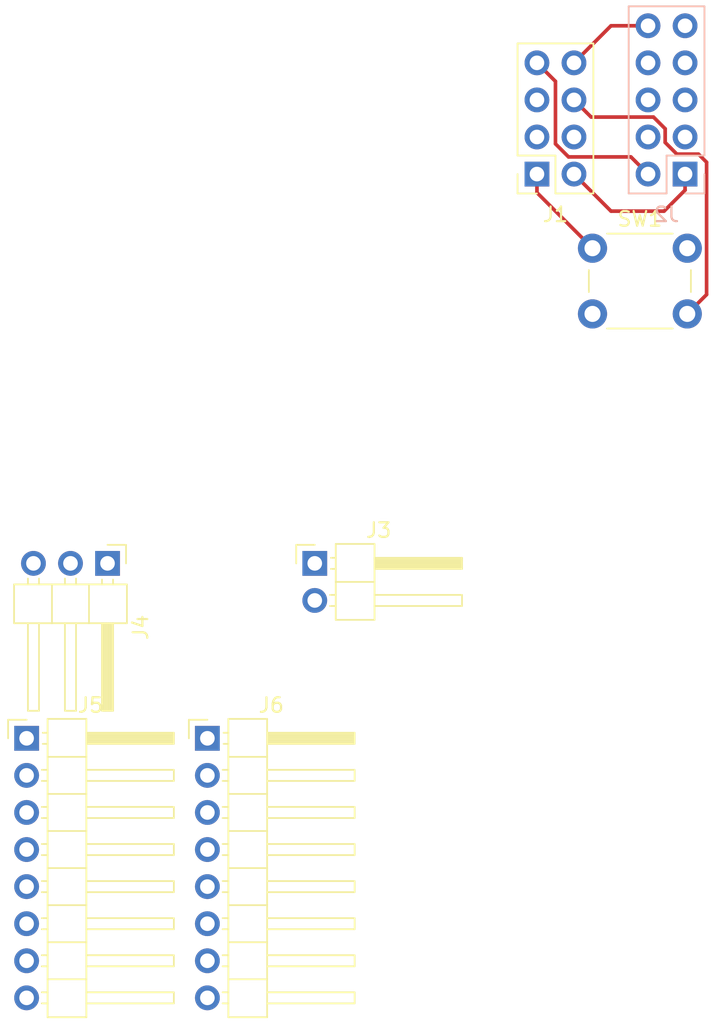
<source format=kicad_pcb>
(kicad_pcb (version 20171130) (host pcbnew 5.0.2+dfsg1-1)

  (general
    (thickness 1.6)
    (drawings 0)
    (tracks 24)
    (zones 0)
    (modules 7)
    (nets 14)
  )

  (page A4)
  (layers
    (0 F.Cu signal)
    (31 B.Cu signal)
    (32 B.Adhes user)
    (33 F.Adhes user)
    (34 B.Paste user)
    (35 F.Paste user)
    (36 B.SilkS user hide)
    (37 F.SilkS user hide)
    (38 B.Mask user)
    (39 F.Mask user)
    (40 Dwgs.User user)
    (41 Cmts.User user)
    (42 Eco1.User user)
    (43 Eco2.User user)
    (44 Edge.Cuts user)
    (45 Margin user)
    (46 B.CrtYd user)
    (47 F.CrtYd user)
    (48 B.Fab user hide)
    (49 F.Fab user hide)
  )

  (setup
    (last_trace_width 0.25)
    (trace_clearance 0.2)
    (zone_clearance 0.508)
    (zone_45_only no)
    (trace_min 0.2)
    (segment_width 0.2)
    (edge_width 0.1)
    (via_size 0.8)
    (via_drill 0.4)
    (via_min_size 0.4)
    (via_min_drill 0.3)
    (uvia_size 0.3)
    (uvia_drill 0.1)
    (uvias_allowed no)
    (uvia_min_size 0.2)
    (uvia_min_drill 0.1)
    (pcb_text_width 0.3)
    (pcb_text_size 1.5 1.5)
    (mod_edge_width 0.15)
    (mod_text_size 1 1)
    (mod_text_width 0.15)
    (pad_size 1.5 1.5)
    (pad_drill 0.6)
    (pad_to_mask_clearance 0)
    (solder_mask_min_width 0.25)
    (aux_axis_origin 0 0)
    (visible_elements FFFFFF7F)
    (pcbplotparams
      (layerselection 0x010fc_ffffffff)
      (usegerberextensions false)
      (usegerberattributes false)
      (usegerberadvancedattributes false)
      (creategerberjobfile false)
      (excludeedgelayer true)
      (linewidth 0.100000)
      (plotframeref false)
      (viasonmask false)
      (mode 1)
      (useauxorigin false)
      (hpglpennumber 1)
      (hpglpenspeed 20)
      (hpglpendiameter 15.000000)
      (psnegative false)
      (psa4output false)
      (plotreference true)
      (plotvalue true)
      (plotinvisibletext false)
      (padsonsilk false)
      (subtractmaskfromsilk false)
      (outputformat 1)
      (mirror false)
      (drillshape 1)
      (scaleselection 1)
      (outputdirectory ""))
  )

  (net 0 "")
  (net 1 GND)
  (net 2 ESP_TX)
  (net 3 LED_OUT)
  (net 4 3V3)
  (net 5 BOOT_MODE)
  (net 6 RESET)
  (net 7 ESP_RX)
  (net 8 3D_MISO)
  (net 9 5V)
  (net 10 3D_SCK)
  (net 11 3D_MOSI)
  (net 12 3D_RESET)
  (net 13 3D_FAN)

  (net_class Default "Esta es la clase de red por defecto."
    (clearance 0.2)
    (trace_width 0.25)
    (via_dia 0.8)
    (via_drill 0.4)
    (uvia_dia 0.3)
    (uvia_drill 0.1)
    (add_net 3D_FAN)
    (add_net 3D_MISO)
    (add_net 3D_MOSI)
    (add_net 3D_RESET)
    (add_net 3D_SCK)
    (add_net 3V3)
    (add_net 5V)
    (add_net BOOT_MODE)
    (add_net ESP_RX)
    (add_net ESP_TX)
    (add_net GND)
    (add_net LED_OUT)
    (add_net RESET)
  )

  (module Connector_PinSocket_2.54mm:PinSocket_2x04_P2.54mm_Vertical (layer F.Cu) (tedit 5A19A422) (tstamp 5F98ED0A)
    (at 63.5 64.77 180)
    (descr "Through hole straight socket strip, 2x04, 2.54mm pitch, double cols (from Kicad 4.0.7), script generated")
    (tags "Through hole socket strip THT 2x04 2.54mm double row")
    (path /5F80773E)
    (fp_text reference J1 (at -1.27 -2.77 180) (layer F.SilkS)
      (effects (font (size 1 1) (thickness 0.15)))
    )
    (fp_text value Conn_02x04_Odd_Even (at -1.27 10.39 180) (layer F.Fab)
      (effects (font (size 1 1) (thickness 0.15)))
    )
    (fp_line (start -3.81 -1.27) (end 0.27 -1.27) (layer F.Fab) (width 0.1))
    (fp_line (start 0.27 -1.27) (end 1.27 -0.27) (layer F.Fab) (width 0.1))
    (fp_line (start 1.27 -0.27) (end 1.27 8.89) (layer F.Fab) (width 0.1))
    (fp_line (start 1.27 8.89) (end -3.81 8.89) (layer F.Fab) (width 0.1))
    (fp_line (start -3.81 8.89) (end -3.81 -1.27) (layer F.Fab) (width 0.1))
    (fp_line (start -3.87 -1.33) (end -1.27 -1.33) (layer F.SilkS) (width 0.12))
    (fp_line (start -3.87 -1.33) (end -3.87 8.95) (layer F.SilkS) (width 0.12))
    (fp_line (start -3.87 8.95) (end 1.33 8.95) (layer F.SilkS) (width 0.12))
    (fp_line (start 1.33 1.27) (end 1.33 8.95) (layer F.SilkS) (width 0.12))
    (fp_line (start -1.27 1.27) (end 1.33 1.27) (layer F.SilkS) (width 0.12))
    (fp_line (start -1.27 -1.33) (end -1.27 1.27) (layer F.SilkS) (width 0.12))
    (fp_line (start 1.33 -1.33) (end 1.33 0) (layer F.SilkS) (width 0.12))
    (fp_line (start 0 -1.33) (end 1.33 -1.33) (layer F.SilkS) (width 0.12))
    (fp_line (start -4.34 -1.8) (end 1.76 -1.8) (layer F.CrtYd) (width 0.05))
    (fp_line (start 1.76 -1.8) (end 1.76 9.4) (layer F.CrtYd) (width 0.05))
    (fp_line (start 1.76 9.4) (end -4.34 9.4) (layer F.CrtYd) (width 0.05))
    (fp_line (start -4.34 9.4) (end -4.34 -1.8) (layer F.CrtYd) (width 0.05))
    (fp_text user %R (at -1.27 3.81 270) (layer F.Fab)
      (effects (font (size 1 1) (thickness 0.15)))
    )
    (pad 1 thru_hole rect (at 0 0 180) (size 1.7 1.7) (drill 1) (layers *.Cu *.Mask)
      (net 1 GND))
    (pad 2 thru_hole oval (at -2.54 0 180) (size 1.7 1.7) (drill 1) (layers *.Cu *.Mask)
      (net 2 ESP_TX))
    (pad 3 thru_hole oval (at 0 2.54 180) (size 1.7 1.7) (drill 1) (layers *.Cu *.Mask)
      (net 3 LED_OUT))
    (pad 4 thru_hole oval (at -2.54 2.54 180) (size 1.7 1.7) (drill 1) (layers *.Cu *.Mask)
      (net 4 3V3))
    (pad 5 thru_hole oval (at 0 5.08 180) (size 1.7 1.7) (drill 1) (layers *.Cu *.Mask)
      (net 5 BOOT_MODE))
    (pad 6 thru_hole oval (at -2.54 5.08 180) (size 1.7 1.7) (drill 1) (layers *.Cu *.Mask)
      (net 6 RESET))
    (pad 7 thru_hole oval (at 0 7.62 180) (size 1.7 1.7) (drill 1) (layers *.Cu *.Mask)
      (net 7 ESP_RX))
    (pad 8 thru_hole oval (at -2.54 7.62 180) (size 1.7 1.7) (drill 1) (layers *.Cu *.Mask)
      (net 4 3V3))
    (model ${KISYS3DMOD}/Connector_PinSocket_2.54mm.3dshapes/PinSocket_2x04_P2.54mm_Vertical.wrl
      (at (xyz 0 0 0))
      (scale (xyz 1 1 1))
      (rotate (xyz 0 0 0))
    )
  )

  (module Connector_PinSocket_2.54mm:PinSocket_2x05_P2.54mm_Vertical (layer B.Cu) (tedit 5A19A42B) (tstamp 5F98ED2A)
    (at 73.66 64.77)
    (descr "Through hole straight socket strip, 2x05, 2.54mm pitch, double cols (from Kicad 4.0.7), script generated")
    (tags "Through hole socket strip THT 2x05 2.54mm double row")
    (path /5F808170)
    (fp_text reference J2 (at -1.27 2.77) (layer B.SilkS)
      (effects (font (size 1 1) (thickness 0.15)) (justify mirror))
    )
    (fp_text value Conn_02x05_Odd_Even (at -1.27 -12.93) (layer B.Fab)
      (effects (font (size 1 1) (thickness 0.15)) (justify mirror))
    )
    (fp_line (start -3.81 1.27) (end 0.27 1.27) (layer B.Fab) (width 0.1))
    (fp_line (start 0.27 1.27) (end 1.27 0.27) (layer B.Fab) (width 0.1))
    (fp_line (start 1.27 0.27) (end 1.27 -11.43) (layer B.Fab) (width 0.1))
    (fp_line (start 1.27 -11.43) (end -3.81 -11.43) (layer B.Fab) (width 0.1))
    (fp_line (start -3.81 -11.43) (end -3.81 1.27) (layer B.Fab) (width 0.1))
    (fp_line (start -3.87 1.33) (end -1.27 1.33) (layer B.SilkS) (width 0.12))
    (fp_line (start -3.87 1.33) (end -3.87 -11.49) (layer B.SilkS) (width 0.12))
    (fp_line (start -3.87 -11.49) (end 1.33 -11.49) (layer B.SilkS) (width 0.12))
    (fp_line (start 1.33 -1.27) (end 1.33 -11.49) (layer B.SilkS) (width 0.12))
    (fp_line (start -1.27 -1.27) (end 1.33 -1.27) (layer B.SilkS) (width 0.12))
    (fp_line (start -1.27 1.33) (end -1.27 -1.27) (layer B.SilkS) (width 0.12))
    (fp_line (start 1.33 1.33) (end 1.33 0) (layer B.SilkS) (width 0.12))
    (fp_line (start 0 1.33) (end 1.33 1.33) (layer B.SilkS) (width 0.12))
    (fp_line (start -4.34 1.8) (end 1.76 1.8) (layer B.CrtYd) (width 0.05))
    (fp_line (start 1.76 1.8) (end 1.76 -11.9) (layer B.CrtYd) (width 0.05))
    (fp_line (start 1.76 -11.9) (end -4.34 -11.9) (layer B.CrtYd) (width 0.05))
    (fp_line (start -4.34 -11.9) (end -4.34 1.8) (layer B.CrtYd) (width 0.05))
    (fp_text user %R (at -1.27 -5.08 -90) (layer B.Fab)
      (effects (font (size 1 1) (thickness 0.15)) (justify mirror))
    )
    (pad 1 thru_hole rect (at 0 0) (size 1.7 1.7) (drill 1) (layers *.Cu *.Mask)
      (net 2 ESP_TX))
    (pad 2 thru_hole oval (at -2.54 0) (size 1.7 1.7) (drill 1) (layers *.Cu *.Mask)
      (net 7 ESP_RX))
    (pad 3 thru_hole oval (at 0 -2.54) (size 1.7 1.7) (drill 1) (layers *.Cu *.Mask)
      (net 8 3D_MISO))
    (pad 4 thru_hole oval (at -2.54 -2.54) (size 1.7 1.7) (drill 1) (layers *.Cu *.Mask)
      (net 9 5V))
    (pad 5 thru_hole oval (at 0 -5.08) (size 1.7 1.7) (drill 1) (layers *.Cu *.Mask)
      (net 10 3D_SCK))
    (pad 6 thru_hole oval (at -2.54 -5.08) (size 1.7 1.7) (drill 1) (layers *.Cu *.Mask)
      (net 11 3D_MOSI))
    (pad 7 thru_hole oval (at 0 -7.62) (size 1.7 1.7) (drill 1) (layers *.Cu *.Mask)
      (net 12 3D_RESET))
    (pad 8 thru_hole oval (at -2.54 -7.62) (size 1.7 1.7) (drill 1) (layers *.Cu *.Mask)
      (net 1 GND))
    (pad 9 thru_hole oval (at 0 -10.16) (size 1.7 1.7) (drill 1) (layers *.Cu *.Mask)
      (net 13 3D_FAN))
    (pad 10 thru_hole oval (at -2.54 -10.16) (size 1.7 1.7) (drill 1) (layers *.Cu *.Mask)
      (net 4 3V3))
    (model ${KISYS3DMOD}/Connector_PinSocket_2.54mm.3dshapes/PinSocket_2x05_P2.54mm_Vertical.wrl
      (at (xyz 0 0 0))
      (scale (xyz 1 1 1))
      (rotate (xyz 0 0 0))
    )
  )

  (module Connector_PinHeader_2.54mm:PinHeader_1x02_P2.54mm_Horizontal (layer F.Cu) (tedit 59FED5CB) (tstamp 5F98ED5D)
    (at 48.26 91.44)
    (descr "Through hole angled pin header, 1x02, 2.54mm pitch, 6mm pin length, single row")
    (tags "Through hole angled pin header THT 1x02 2.54mm single row")
    (path /5F807856)
    (fp_text reference J3 (at 4.385 -2.27) (layer F.SilkS)
      (effects (font (size 1 1) (thickness 0.15)))
    )
    (fp_text value Conn_01x02 (at 4.385 4.81) (layer F.Fab)
      (effects (font (size 1 1) (thickness 0.15)))
    )
    (fp_line (start 2.135 -1.27) (end 4.04 -1.27) (layer F.Fab) (width 0.1))
    (fp_line (start 4.04 -1.27) (end 4.04 3.81) (layer F.Fab) (width 0.1))
    (fp_line (start 4.04 3.81) (end 1.5 3.81) (layer F.Fab) (width 0.1))
    (fp_line (start 1.5 3.81) (end 1.5 -0.635) (layer F.Fab) (width 0.1))
    (fp_line (start 1.5 -0.635) (end 2.135 -1.27) (layer F.Fab) (width 0.1))
    (fp_line (start -0.32 -0.32) (end 1.5 -0.32) (layer F.Fab) (width 0.1))
    (fp_line (start -0.32 -0.32) (end -0.32 0.32) (layer F.Fab) (width 0.1))
    (fp_line (start -0.32 0.32) (end 1.5 0.32) (layer F.Fab) (width 0.1))
    (fp_line (start 4.04 -0.32) (end 10.04 -0.32) (layer F.Fab) (width 0.1))
    (fp_line (start 10.04 -0.32) (end 10.04 0.32) (layer F.Fab) (width 0.1))
    (fp_line (start 4.04 0.32) (end 10.04 0.32) (layer F.Fab) (width 0.1))
    (fp_line (start -0.32 2.22) (end 1.5 2.22) (layer F.Fab) (width 0.1))
    (fp_line (start -0.32 2.22) (end -0.32 2.86) (layer F.Fab) (width 0.1))
    (fp_line (start -0.32 2.86) (end 1.5 2.86) (layer F.Fab) (width 0.1))
    (fp_line (start 4.04 2.22) (end 10.04 2.22) (layer F.Fab) (width 0.1))
    (fp_line (start 10.04 2.22) (end 10.04 2.86) (layer F.Fab) (width 0.1))
    (fp_line (start 4.04 2.86) (end 10.04 2.86) (layer F.Fab) (width 0.1))
    (fp_line (start 1.44 -1.33) (end 1.44 3.87) (layer F.SilkS) (width 0.12))
    (fp_line (start 1.44 3.87) (end 4.1 3.87) (layer F.SilkS) (width 0.12))
    (fp_line (start 4.1 3.87) (end 4.1 -1.33) (layer F.SilkS) (width 0.12))
    (fp_line (start 4.1 -1.33) (end 1.44 -1.33) (layer F.SilkS) (width 0.12))
    (fp_line (start 4.1 -0.38) (end 10.1 -0.38) (layer F.SilkS) (width 0.12))
    (fp_line (start 10.1 -0.38) (end 10.1 0.38) (layer F.SilkS) (width 0.12))
    (fp_line (start 10.1 0.38) (end 4.1 0.38) (layer F.SilkS) (width 0.12))
    (fp_line (start 4.1 -0.32) (end 10.1 -0.32) (layer F.SilkS) (width 0.12))
    (fp_line (start 4.1 -0.2) (end 10.1 -0.2) (layer F.SilkS) (width 0.12))
    (fp_line (start 4.1 -0.08) (end 10.1 -0.08) (layer F.SilkS) (width 0.12))
    (fp_line (start 4.1 0.04) (end 10.1 0.04) (layer F.SilkS) (width 0.12))
    (fp_line (start 4.1 0.16) (end 10.1 0.16) (layer F.SilkS) (width 0.12))
    (fp_line (start 4.1 0.28) (end 10.1 0.28) (layer F.SilkS) (width 0.12))
    (fp_line (start 1.11 -0.38) (end 1.44 -0.38) (layer F.SilkS) (width 0.12))
    (fp_line (start 1.11 0.38) (end 1.44 0.38) (layer F.SilkS) (width 0.12))
    (fp_line (start 1.44 1.27) (end 4.1 1.27) (layer F.SilkS) (width 0.12))
    (fp_line (start 4.1 2.16) (end 10.1 2.16) (layer F.SilkS) (width 0.12))
    (fp_line (start 10.1 2.16) (end 10.1 2.92) (layer F.SilkS) (width 0.12))
    (fp_line (start 10.1 2.92) (end 4.1 2.92) (layer F.SilkS) (width 0.12))
    (fp_line (start 1.042929 2.16) (end 1.44 2.16) (layer F.SilkS) (width 0.12))
    (fp_line (start 1.042929 2.92) (end 1.44 2.92) (layer F.SilkS) (width 0.12))
    (fp_line (start -1.27 0) (end -1.27 -1.27) (layer F.SilkS) (width 0.12))
    (fp_line (start -1.27 -1.27) (end 0 -1.27) (layer F.SilkS) (width 0.12))
    (fp_line (start -1.8 -1.8) (end -1.8 4.35) (layer F.CrtYd) (width 0.05))
    (fp_line (start -1.8 4.35) (end 10.55 4.35) (layer F.CrtYd) (width 0.05))
    (fp_line (start 10.55 4.35) (end 10.55 -1.8) (layer F.CrtYd) (width 0.05))
    (fp_line (start 10.55 -1.8) (end -1.8 -1.8) (layer F.CrtYd) (width 0.05))
    (fp_text user %R (at 2.77 1.27 90) (layer F.Fab)
      (effects (font (size 1 1) (thickness 0.15)))
    )
    (pad 1 thru_hole rect (at 0 0) (size 1.7 1.7) (drill 1) (layers *.Cu *.Mask)
      (net 1 GND))
    (pad 2 thru_hole oval (at 0 2.54) (size 1.7 1.7) (drill 1) (layers *.Cu *.Mask)
      (net 5 BOOT_MODE))
    (model ${KISYS3DMOD}/Connector_PinHeader_2.54mm.3dshapes/PinHeader_1x02_P2.54mm_Horizontal.wrl
      (at (xyz 0 0 0))
      (scale (xyz 1 1 1))
      (rotate (xyz 0 0 0))
    )
  )

  (module Connector_PinHeader_2.54mm:PinHeader_1x03_P2.54mm_Horizontal (layer F.Cu) (tedit 59FED5CB) (tstamp 5F98ED9D)
    (at 34.045001 91.44 270)
    (descr "Through hole angled pin header, 1x03, 2.54mm pitch, 6mm pin length, single row")
    (tags "Through hole angled pin header THT 1x03 2.54mm single row")
    (path /5F807EFB)
    (fp_text reference J4 (at 4.385 -2.27 270) (layer F.SilkS)
      (effects (font (size 1 1) (thickness 0.15)))
    )
    (fp_text value Conn_01x03 (at 4.385 7.35 270) (layer F.Fab)
      (effects (font (size 1 1) (thickness 0.15)))
    )
    (fp_line (start 2.135 -1.27) (end 4.04 -1.27) (layer F.Fab) (width 0.1))
    (fp_line (start 4.04 -1.27) (end 4.04 6.35) (layer F.Fab) (width 0.1))
    (fp_line (start 4.04 6.35) (end 1.5 6.35) (layer F.Fab) (width 0.1))
    (fp_line (start 1.5 6.35) (end 1.5 -0.635) (layer F.Fab) (width 0.1))
    (fp_line (start 1.5 -0.635) (end 2.135 -1.27) (layer F.Fab) (width 0.1))
    (fp_line (start -0.32 -0.32) (end 1.5 -0.32) (layer F.Fab) (width 0.1))
    (fp_line (start -0.32 -0.32) (end -0.32 0.32) (layer F.Fab) (width 0.1))
    (fp_line (start -0.32 0.32) (end 1.5 0.32) (layer F.Fab) (width 0.1))
    (fp_line (start 4.04 -0.32) (end 10.04 -0.32) (layer F.Fab) (width 0.1))
    (fp_line (start 10.04 -0.32) (end 10.04 0.32) (layer F.Fab) (width 0.1))
    (fp_line (start 4.04 0.32) (end 10.04 0.32) (layer F.Fab) (width 0.1))
    (fp_line (start -0.32 2.22) (end 1.5 2.22) (layer F.Fab) (width 0.1))
    (fp_line (start -0.32 2.22) (end -0.32 2.86) (layer F.Fab) (width 0.1))
    (fp_line (start -0.32 2.86) (end 1.5 2.86) (layer F.Fab) (width 0.1))
    (fp_line (start 4.04 2.22) (end 10.04 2.22) (layer F.Fab) (width 0.1))
    (fp_line (start 10.04 2.22) (end 10.04 2.86) (layer F.Fab) (width 0.1))
    (fp_line (start 4.04 2.86) (end 10.04 2.86) (layer F.Fab) (width 0.1))
    (fp_line (start -0.32 4.76) (end 1.5 4.76) (layer F.Fab) (width 0.1))
    (fp_line (start -0.32 4.76) (end -0.32 5.4) (layer F.Fab) (width 0.1))
    (fp_line (start -0.32 5.4) (end 1.5 5.4) (layer F.Fab) (width 0.1))
    (fp_line (start 4.04 4.76) (end 10.04 4.76) (layer F.Fab) (width 0.1))
    (fp_line (start 10.04 4.76) (end 10.04 5.4) (layer F.Fab) (width 0.1))
    (fp_line (start 4.04 5.4) (end 10.04 5.4) (layer F.Fab) (width 0.1))
    (fp_line (start 1.44 -1.33) (end 1.44 6.41) (layer F.SilkS) (width 0.12))
    (fp_line (start 1.44 6.41) (end 4.1 6.41) (layer F.SilkS) (width 0.12))
    (fp_line (start 4.1 6.41) (end 4.1 -1.33) (layer F.SilkS) (width 0.12))
    (fp_line (start 4.1 -1.33) (end 1.44 -1.33) (layer F.SilkS) (width 0.12))
    (fp_line (start 4.1 -0.38) (end 10.1 -0.38) (layer F.SilkS) (width 0.12))
    (fp_line (start 10.1 -0.38) (end 10.1 0.38) (layer F.SilkS) (width 0.12))
    (fp_line (start 10.1 0.38) (end 4.1 0.38) (layer F.SilkS) (width 0.12))
    (fp_line (start 4.1 -0.32) (end 10.1 -0.32) (layer F.SilkS) (width 0.12))
    (fp_line (start 4.1 -0.2) (end 10.1 -0.2) (layer F.SilkS) (width 0.12))
    (fp_line (start 4.1 -0.08) (end 10.1 -0.08) (layer F.SilkS) (width 0.12))
    (fp_line (start 4.1 0.04) (end 10.1 0.04) (layer F.SilkS) (width 0.12))
    (fp_line (start 4.1 0.16) (end 10.1 0.16) (layer F.SilkS) (width 0.12))
    (fp_line (start 4.1 0.28) (end 10.1 0.28) (layer F.SilkS) (width 0.12))
    (fp_line (start 1.11 -0.38) (end 1.44 -0.38) (layer F.SilkS) (width 0.12))
    (fp_line (start 1.11 0.38) (end 1.44 0.38) (layer F.SilkS) (width 0.12))
    (fp_line (start 1.44 1.27) (end 4.1 1.27) (layer F.SilkS) (width 0.12))
    (fp_line (start 4.1 2.16) (end 10.1 2.16) (layer F.SilkS) (width 0.12))
    (fp_line (start 10.1 2.16) (end 10.1 2.92) (layer F.SilkS) (width 0.12))
    (fp_line (start 10.1 2.92) (end 4.1 2.92) (layer F.SilkS) (width 0.12))
    (fp_line (start 1.042929 2.16) (end 1.44 2.16) (layer F.SilkS) (width 0.12))
    (fp_line (start 1.042929 2.92) (end 1.44 2.92) (layer F.SilkS) (width 0.12))
    (fp_line (start 1.44 3.81) (end 4.1 3.81) (layer F.SilkS) (width 0.12))
    (fp_line (start 4.1 4.7) (end 10.1 4.7) (layer F.SilkS) (width 0.12))
    (fp_line (start 10.1 4.7) (end 10.1 5.46) (layer F.SilkS) (width 0.12))
    (fp_line (start 10.1 5.46) (end 4.1 5.46) (layer F.SilkS) (width 0.12))
    (fp_line (start 1.042929 4.7) (end 1.44 4.7) (layer F.SilkS) (width 0.12))
    (fp_line (start 1.042929 5.46) (end 1.44 5.46) (layer F.SilkS) (width 0.12))
    (fp_line (start -1.27 0) (end -1.27 -1.27) (layer F.SilkS) (width 0.12))
    (fp_line (start -1.27 -1.27) (end 0 -1.27) (layer F.SilkS) (width 0.12))
    (fp_line (start -1.8 -1.8) (end -1.8 6.85) (layer F.CrtYd) (width 0.05))
    (fp_line (start -1.8 6.85) (end 10.55 6.85) (layer F.CrtYd) (width 0.05))
    (fp_line (start 10.55 6.85) (end 10.55 -1.8) (layer F.CrtYd) (width 0.05))
    (fp_line (start 10.55 -1.8) (end -1.8 -1.8) (layer F.CrtYd) (width 0.05))
    (fp_text user %R (at 2.77 2.54) (layer F.Fab)
      (effects (font (size 1 1) (thickness 0.15)))
    )
    (pad 1 thru_hole rect (at 0 0 270) (size 1.7 1.7) (drill 1) (layers *.Cu *.Mask)
      (net 1 GND))
    (pad 2 thru_hole oval (at 0 2.54 270) (size 1.7 1.7) (drill 1) (layers *.Cu *.Mask)
      (net 3 LED_OUT))
    (pad 3 thru_hole oval (at 0 5.08 270) (size 1.7 1.7) (drill 1) (layers *.Cu *.Mask)
      (net 9 5V))
    (model ${KISYS3DMOD}/Connector_PinHeader_2.54mm.3dshapes/PinHeader_1x03_P2.54mm_Horizontal.wrl
      (at (xyz 0 0 0))
      (scale (xyz 1 1 1))
      (rotate (xyz 0 0 0))
    )
  )

  (module Connector_PinHeader_2.54mm:PinHeader_1x08_P2.54mm_Horizontal (layer F.Cu) (tedit 59FED5CB) (tstamp 5F98EE1E)
    (at 28.495001 103.425001)
    (descr "Through hole angled pin header, 1x08, 2.54mm pitch, 6mm pin length, single row")
    (tags "Through hole angled pin header THT 1x08 2.54mm single row")
    (path /5F807A87)
    (fp_text reference J5 (at 4.385 -2.27) (layer F.SilkS)
      (effects (font (size 1 1) (thickness 0.15)))
    )
    (fp_text value Conn_01x08 (at 4.385 20.05) (layer F.Fab)
      (effects (font (size 1 1) (thickness 0.15)))
    )
    (fp_line (start 2.135 -1.27) (end 4.04 -1.27) (layer F.Fab) (width 0.1))
    (fp_line (start 4.04 -1.27) (end 4.04 19.05) (layer F.Fab) (width 0.1))
    (fp_line (start 4.04 19.05) (end 1.5 19.05) (layer F.Fab) (width 0.1))
    (fp_line (start 1.5 19.05) (end 1.5 -0.635) (layer F.Fab) (width 0.1))
    (fp_line (start 1.5 -0.635) (end 2.135 -1.27) (layer F.Fab) (width 0.1))
    (fp_line (start -0.32 -0.32) (end 1.5 -0.32) (layer F.Fab) (width 0.1))
    (fp_line (start -0.32 -0.32) (end -0.32 0.32) (layer F.Fab) (width 0.1))
    (fp_line (start -0.32 0.32) (end 1.5 0.32) (layer F.Fab) (width 0.1))
    (fp_line (start 4.04 -0.32) (end 10.04 -0.32) (layer F.Fab) (width 0.1))
    (fp_line (start 10.04 -0.32) (end 10.04 0.32) (layer F.Fab) (width 0.1))
    (fp_line (start 4.04 0.32) (end 10.04 0.32) (layer F.Fab) (width 0.1))
    (fp_line (start -0.32 2.22) (end 1.5 2.22) (layer F.Fab) (width 0.1))
    (fp_line (start -0.32 2.22) (end -0.32 2.86) (layer F.Fab) (width 0.1))
    (fp_line (start -0.32 2.86) (end 1.5 2.86) (layer F.Fab) (width 0.1))
    (fp_line (start 4.04 2.22) (end 10.04 2.22) (layer F.Fab) (width 0.1))
    (fp_line (start 10.04 2.22) (end 10.04 2.86) (layer F.Fab) (width 0.1))
    (fp_line (start 4.04 2.86) (end 10.04 2.86) (layer F.Fab) (width 0.1))
    (fp_line (start -0.32 4.76) (end 1.5 4.76) (layer F.Fab) (width 0.1))
    (fp_line (start -0.32 4.76) (end -0.32 5.4) (layer F.Fab) (width 0.1))
    (fp_line (start -0.32 5.4) (end 1.5 5.4) (layer F.Fab) (width 0.1))
    (fp_line (start 4.04 4.76) (end 10.04 4.76) (layer F.Fab) (width 0.1))
    (fp_line (start 10.04 4.76) (end 10.04 5.4) (layer F.Fab) (width 0.1))
    (fp_line (start 4.04 5.4) (end 10.04 5.4) (layer F.Fab) (width 0.1))
    (fp_line (start -0.32 7.3) (end 1.5 7.3) (layer F.Fab) (width 0.1))
    (fp_line (start -0.32 7.3) (end -0.32 7.94) (layer F.Fab) (width 0.1))
    (fp_line (start -0.32 7.94) (end 1.5 7.94) (layer F.Fab) (width 0.1))
    (fp_line (start 4.04 7.3) (end 10.04 7.3) (layer F.Fab) (width 0.1))
    (fp_line (start 10.04 7.3) (end 10.04 7.94) (layer F.Fab) (width 0.1))
    (fp_line (start 4.04 7.94) (end 10.04 7.94) (layer F.Fab) (width 0.1))
    (fp_line (start -0.32 9.84) (end 1.5 9.84) (layer F.Fab) (width 0.1))
    (fp_line (start -0.32 9.84) (end -0.32 10.48) (layer F.Fab) (width 0.1))
    (fp_line (start -0.32 10.48) (end 1.5 10.48) (layer F.Fab) (width 0.1))
    (fp_line (start 4.04 9.84) (end 10.04 9.84) (layer F.Fab) (width 0.1))
    (fp_line (start 10.04 9.84) (end 10.04 10.48) (layer F.Fab) (width 0.1))
    (fp_line (start 4.04 10.48) (end 10.04 10.48) (layer F.Fab) (width 0.1))
    (fp_line (start -0.32 12.38) (end 1.5 12.38) (layer F.Fab) (width 0.1))
    (fp_line (start -0.32 12.38) (end -0.32 13.02) (layer F.Fab) (width 0.1))
    (fp_line (start -0.32 13.02) (end 1.5 13.02) (layer F.Fab) (width 0.1))
    (fp_line (start 4.04 12.38) (end 10.04 12.38) (layer F.Fab) (width 0.1))
    (fp_line (start 10.04 12.38) (end 10.04 13.02) (layer F.Fab) (width 0.1))
    (fp_line (start 4.04 13.02) (end 10.04 13.02) (layer F.Fab) (width 0.1))
    (fp_line (start -0.32 14.92) (end 1.5 14.92) (layer F.Fab) (width 0.1))
    (fp_line (start -0.32 14.92) (end -0.32 15.56) (layer F.Fab) (width 0.1))
    (fp_line (start -0.32 15.56) (end 1.5 15.56) (layer F.Fab) (width 0.1))
    (fp_line (start 4.04 14.92) (end 10.04 14.92) (layer F.Fab) (width 0.1))
    (fp_line (start 10.04 14.92) (end 10.04 15.56) (layer F.Fab) (width 0.1))
    (fp_line (start 4.04 15.56) (end 10.04 15.56) (layer F.Fab) (width 0.1))
    (fp_line (start -0.32 17.46) (end 1.5 17.46) (layer F.Fab) (width 0.1))
    (fp_line (start -0.32 17.46) (end -0.32 18.1) (layer F.Fab) (width 0.1))
    (fp_line (start -0.32 18.1) (end 1.5 18.1) (layer F.Fab) (width 0.1))
    (fp_line (start 4.04 17.46) (end 10.04 17.46) (layer F.Fab) (width 0.1))
    (fp_line (start 10.04 17.46) (end 10.04 18.1) (layer F.Fab) (width 0.1))
    (fp_line (start 4.04 18.1) (end 10.04 18.1) (layer F.Fab) (width 0.1))
    (fp_line (start 1.44 -1.33) (end 1.44 19.11) (layer F.SilkS) (width 0.12))
    (fp_line (start 1.44 19.11) (end 4.1 19.11) (layer F.SilkS) (width 0.12))
    (fp_line (start 4.1 19.11) (end 4.1 -1.33) (layer F.SilkS) (width 0.12))
    (fp_line (start 4.1 -1.33) (end 1.44 -1.33) (layer F.SilkS) (width 0.12))
    (fp_line (start 4.1 -0.38) (end 10.1 -0.38) (layer F.SilkS) (width 0.12))
    (fp_line (start 10.1 -0.38) (end 10.1 0.38) (layer F.SilkS) (width 0.12))
    (fp_line (start 10.1 0.38) (end 4.1 0.38) (layer F.SilkS) (width 0.12))
    (fp_line (start 4.1 -0.32) (end 10.1 -0.32) (layer F.SilkS) (width 0.12))
    (fp_line (start 4.1 -0.2) (end 10.1 -0.2) (layer F.SilkS) (width 0.12))
    (fp_line (start 4.1 -0.08) (end 10.1 -0.08) (layer F.SilkS) (width 0.12))
    (fp_line (start 4.1 0.04) (end 10.1 0.04) (layer F.SilkS) (width 0.12))
    (fp_line (start 4.1 0.16) (end 10.1 0.16) (layer F.SilkS) (width 0.12))
    (fp_line (start 4.1 0.28) (end 10.1 0.28) (layer F.SilkS) (width 0.12))
    (fp_line (start 1.11 -0.38) (end 1.44 -0.38) (layer F.SilkS) (width 0.12))
    (fp_line (start 1.11 0.38) (end 1.44 0.38) (layer F.SilkS) (width 0.12))
    (fp_line (start 1.44 1.27) (end 4.1 1.27) (layer F.SilkS) (width 0.12))
    (fp_line (start 4.1 2.16) (end 10.1 2.16) (layer F.SilkS) (width 0.12))
    (fp_line (start 10.1 2.16) (end 10.1 2.92) (layer F.SilkS) (width 0.12))
    (fp_line (start 10.1 2.92) (end 4.1 2.92) (layer F.SilkS) (width 0.12))
    (fp_line (start 1.042929 2.16) (end 1.44 2.16) (layer F.SilkS) (width 0.12))
    (fp_line (start 1.042929 2.92) (end 1.44 2.92) (layer F.SilkS) (width 0.12))
    (fp_line (start 1.44 3.81) (end 4.1 3.81) (layer F.SilkS) (width 0.12))
    (fp_line (start 4.1 4.7) (end 10.1 4.7) (layer F.SilkS) (width 0.12))
    (fp_line (start 10.1 4.7) (end 10.1 5.46) (layer F.SilkS) (width 0.12))
    (fp_line (start 10.1 5.46) (end 4.1 5.46) (layer F.SilkS) (width 0.12))
    (fp_line (start 1.042929 4.7) (end 1.44 4.7) (layer F.SilkS) (width 0.12))
    (fp_line (start 1.042929 5.46) (end 1.44 5.46) (layer F.SilkS) (width 0.12))
    (fp_line (start 1.44 6.35) (end 4.1 6.35) (layer F.SilkS) (width 0.12))
    (fp_line (start 4.1 7.24) (end 10.1 7.24) (layer F.SilkS) (width 0.12))
    (fp_line (start 10.1 7.24) (end 10.1 8) (layer F.SilkS) (width 0.12))
    (fp_line (start 10.1 8) (end 4.1 8) (layer F.SilkS) (width 0.12))
    (fp_line (start 1.042929 7.24) (end 1.44 7.24) (layer F.SilkS) (width 0.12))
    (fp_line (start 1.042929 8) (end 1.44 8) (layer F.SilkS) (width 0.12))
    (fp_line (start 1.44 8.89) (end 4.1 8.89) (layer F.SilkS) (width 0.12))
    (fp_line (start 4.1 9.78) (end 10.1 9.78) (layer F.SilkS) (width 0.12))
    (fp_line (start 10.1 9.78) (end 10.1 10.54) (layer F.SilkS) (width 0.12))
    (fp_line (start 10.1 10.54) (end 4.1 10.54) (layer F.SilkS) (width 0.12))
    (fp_line (start 1.042929 9.78) (end 1.44 9.78) (layer F.SilkS) (width 0.12))
    (fp_line (start 1.042929 10.54) (end 1.44 10.54) (layer F.SilkS) (width 0.12))
    (fp_line (start 1.44 11.43) (end 4.1 11.43) (layer F.SilkS) (width 0.12))
    (fp_line (start 4.1 12.32) (end 10.1 12.32) (layer F.SilkS) (width 0.12))
    (fp_line (start 10.1 12.32) (end 10.1 13.08) (layer F.SilkS) (width 0.12))
    (fp_line (start 10.1 13.08) (end 4.1 13.08) (layer F.SilkS) (width 0.12))
    (fp_line (start 1.042929 12.32) (end 1.44 12.32) (layer F.SilkS) (width 0.12))
    (fp_line (start 1.042929 13.08) (end 1.44 13.08) (layer F.SilkS) (width 0.12))
    (fp_line (start 1.44 13.97) (end 4.1 13.97) (layer F.SilkS) (width 0.12))
    (fp_line (start 4.1 14.86) (end 10.1 14.86) (layer F.SilkS) (width 0.12))
    (fp_line (start 10.1 14.86) (end 10.1 15.62) (layer F.SilkS) (width 0.12))
    (fp_line (start 10.1 15.62) (end 4.1 15.62) (layer F.SilkS) (width 0.12))
    (fp_line (start 1.042929 14.86) (end 1.44 14.86) (layer F.SilkS) (width 0.12))
    (fp_line (start 1.042929 15.62) (end 1.44 15.62) (layer F.SilkS) (width 0.12))
    (fp_line (start 1.44 16.51) (end 4.1 16.51) (layer F.SilkS) (width 0.12))
    (fp_line (start 4.1 17.4) (end 10.1 17.4) (layer F.SilkS) (width 0.12))
    (fp_line (start 10.1 17.4) (end 10.1 18.16) (layer F.SilkS) (width 0.12))
    (fp_line (start 10.1 18.16) (end 4.1 18.16) (layer F.SilkS) (width 0.12))
    (fp_line (start 1.042929 17.4) (end 1.44 17.4) (layer F.SilkS) (width 0.12))
    (fp_line (start 1.042929 18.16) (end 1.44 18.16) (layer F.SilkS) (width 0.12))
    (fp_line (start -1.27 0) (end -1.27 -1.27) (layer F.SilkS) (width 0.12))
    (fp_line (start -1.27 -1.27) (end 0 -1.27) (layer F.SilkS) (width 0.12))
    (fp_line (start -1.8 -1.8) (end -1.8 19.55) (layer F.CrtYd) (width 0.05))
    (fp_line (start -1.8 19.55) (end 10.55 19.55) (layer F.CrtYd) (width 0.05))
    (fp_line (start 10.55 19.55) (end 10.55 -1.8) (layer F.CrtYd) (width 0.05))
    (fp_line (start 10.55 -1.8) (end -1.8 -1.8) (layer F.CrtYd) (width 0.05))
    (fp_text user %R (at 2.77 8.89 90) (layer F.Fab)
      (effects (font (size 1 1) (thickness 0.15)))
    )
    (pad 1 thru_hole rect (at 0 0) (size 1.7 1.7) (drill 1) (layers *.Cu *.Mask)
      (net 1 GND))
    (pad 2 thru_hole oval (at 0 2.54) (size 1.7 1.7) (drill 1) (layers *.Cu *.Mask)
      (net 4 3V3))
    (pad 3 thru_hole oval (at 0 5.08) (size 1.7 1.7) (drill 1) (layers *.Cu *.Mask)
      (net 9 5V))
    (pad 4 thru_hole oval (at 0 7.62) (size 1.7 1.7) (drill 1) (layers *.Cu *.Mask)
      (net 10 3D_SCK))
    (pad 5 thru_hole oval (at 0 10.16) (size 1.7 1.7) (drill 1) (layers *.Cu *.Mask)
      (net 8 3D_MISO))
    (pad 6 thru_hole oval (at 0 12.7) (size 1.7 1.7) (drill 1) (layers *.Cu *.Mask)
      (net 11 3D_MOSI))
    (pad 7 thru_hole oval (at 0 15.24) (size 1.7 1.7) (drill 1) (layers *.Cu *.Mask)
      (net 12 3D_RESET))
    (pad 8 thru_hole oval (at 0 17.78) (size 1.7 1.7) (drill 1) (layers *.Cu *.Mask)
      (net 13 3D_FAN))
    (model ${KISYS3DMOD}/Connector_PinHeader_2.54mm.3dshapes/PinHeader_1x08_P2.54mm_Horizontal.wrl
      (at (xyz 0 0 0))
      (scale (xyz 1 1 1))
      (rotate (xyz 0 0 0))
    )
  )

  (module Connector_PinHeader_2.54mm:PinHeader_1x08_P2.54mm_Horizontal (layer F.Cu) (tedit 59FED5CB) (tstamp 5F98EE9F)
    (at 40.895001 103.425001)
    (descr "Through hole angled pin header, 1x08, 2.54mm pitch, 6mm pin length, single row")
    (tags "Through hole angled pin header THT 1x08 2.54mm single row")
    (path /5F8086D5)
    (fp_text reference J6 (at 4.385 -2.27) (layer F.SilkS)
      (effects (font (size 1 1) (thickness 0.15)))
    )
    (fp_text value Conn_01x08 (at 4.385 20.05) (layer F.Fab)
      (effects (font (size 1 1) (thickness 0.15)))
    )
    (fp_text user %R (at 2.77 8.89 90) (layer F.Fab)
      (effects (font (size 1 1) (thickness 0.15)))
    )
    (fp_line (start 10.55 -1.8) (end -1.8 -1.8) (layer F.CrtYd) (width 0.05))
    (fp_line (start 10.55 19.55) (end 10.55 -1.8) (layer F.CrtYd) (width 0.05))
    (fp_line (start -1.8 19.55) (end 10.55 19.55) (layer F.CrtYd) (width 0.05))
    (fp_line (start -1.8 -1.8) (end -1.8 19.55) (layer F.CrtYd) (width 0.05))
    (fp_line (start -1.27 -1.27) (end 0 -1.27) (layer F.SilkS) (width 0.12))
    (fp_line (start -1.27 0) (end -1.27 -1.27) (layer F.SilkS) (width 0.12))
    (fp_line (start 1.042929 18.16) (end 1.44 18.16) (layer F.SilkS) (width 0.12))
    (fp_line (start 1.042929 17.4) (end 1.44 17.4) (layer F.SilkS) (width 0.12))
    (fp_line (start 10.1 18.16) (end 4.1 18.16) (layer F.SilkS) (width 0.12))
    (fp_line (start 10.1 17.4) (end 10.1 18.16) (layer F.SilkS) (width 0.12))
    (fp_line (start 4.1 17.4) (end 10.1 17.4) (layer F.SilkS) (width 0.12))
    (fp_line (start 1.44 16.51) (end 4.1 16.51) (layer F.SilkS) (width 0.12))
    (fp_line (start 1.042929 15.62) (end 1.44 15.62) (layer F.SilkS) (width 0.12))
    (fp_line (start 1.042929 14.86) (end 1.44 14.86) (layer F.SilkS) (width 0.12))
    (fp_line (start 10.1 15.62) (end 4.1 15.62) (layer F.SilkS) (width 0.12))
    (fp_line (start 10.1 14.86) (end 10.1 15.62) (layer F.SilkS) (width 0.12))
    (fp_line (start 4.1 14.86) (end 10.1 14.86) (layer F.SilkS) (width 0.12))
    (fp_line (start 1.44 13.97) (end 4.1 13.97) (layer F.SilkS) (width 0.12))
    (fp_line (start 1.042929 13.08) (end 1.44 13.08) (layer F.SilkS) (width 0.12))
    (fp_line (start 1.042929 12.32) (end 1.44 12.32) (layer F.SilkS) (width 0.12))
    (fp_line (start 10.1 13.08) (end 4.1 13.08) (layer F.SilkS) (width 0.12))
    (fp_line (start 10.1 12.32) (end 10.1 13.08) (layer F.SilkS) (width 0.12))
    (fp_line (start 4.1 12.32) (end 10.1 12.32) (layer F.SilkS) (width 0.12))
    (fp_line (start 1.44 11.43) (end 4.1 11.43) (layer F.SilkS) (width 0.12))
    (fp_line (start 1.042929 10.54) (end 1.44 10.54) (layer F.SilkS) (width 0.12))
    (fp_line (start 1.042929 9.78) (end 1.44 9.78) (layer F.SilkS) (width 0.12))
    (fp_line (start 10.1 10.54) (end 4.1 10.54) (layer F.SilkS) (width 0.12))
    (fp_line (start 10.1 9.78) (end 10.1 10.54) (layer F.SilkS) (width 0.12))
    (fp_line (start 4.1 9.78) (end 10.1 9.78) (layer F.SilkS) (width 0.12))
    (fp_line (start 1.44 8.89) (end 4.1 8.89) (layer F.SilkS) (width 0.12))
    (fp_line (start 1.042929 8) (end 1.44 8) (layer F.SilkS) (width 0.12))
    (fp_line (start 1.042929 7.24) (end 1.44 7.24) (layer F.SilkS) (width 0.12))
    (fp_line (start 10.1 8) (end 4.1 8) (layer F.SilkS) (width 0.12))
    (fp_line (start 10.1 7.24) (end 10.1 8) (layer F.SilkS) (width 0.12))
    (fp_line (start 4.1 7.24) (end 10.1 7.24) (layer F.SilkS) (width 0.12))
    (fp_line (start 1.44 6.35) (end 4.1 6.35) (layer F.SilkS) (width 0.12))
    (fp_line (start 1.042929 5.46) (end 1.44 5.46) (layer F.SilkS) (width 0.12))
    (fp_line (start 1.042929 4.7) (end 1.44 4.7) (layer F.SilkS) (width 0.12))
    (fp_line (start 10.1 5.46) (end 4.1 5.46) (layer F.SilkS) (width 0.12))
    (fp_line (start 10.1 4.7) (end 10.1 5.46) (layer F.SilkS) (width 0.12))
    (fp_line (start 4.1 4.7) (end 10.1 4.7) (layer F.SilkS) (width 0.12))
    (fp_line (start 1.44 3.81) (end 4.1 3.81) (layer F.SilkS) (width 0.12))
    (fp_line (start 1.042929 2.92) (end 1.44 2.92) (layer F.SilkS) (width 0.12))
    (fp_line (start 1.042929 2.16) (end 1.44 2.16) (layer F.SilkS) (width 0.12))
    (fp_line (start 10.1 2.92) (end 4.1 2.92) (layer F.SilkS) (width 0.12))
    (fp_line (start 10.1 2.16) (end 10.1 2.92) (layer F.SilkS) (width 0.12))
    (fp_line (start 4.1 2.16) (end 10.1 2.16) (layer F.SilkS) (width 0.12))
    (fp_line (start 1.44 1.27) (end 4.1 1.27) (layer F.SilkS) (width 0.12))
    (fp_line (start 1.11 0.38) (end 1.44 0.38) (layer F.SilkS) (width 0.12))
    (fp_line (start 1.11 -0.38) (end 1.44 -0.38) (layer F.SilkS) (width 0.12))
    (fp_line (start 4.1 0.28) (end 10.1 0.28) (layer F.SilkS) (width 0.12))
    (fp_line (start 4.1 0.16) (end 10.1 0.16) (layer F.SilkS) (width 0.12))
    (fp_line (start 4.1 0.04) (end 10.1 0.04) (layer F.SilkS) (width 0.12))
    (fp_line (start 4.1 -0.08) (end 10.1 -0.08) (layer F.SilkS) (width 0.12))
    (fp_line (start 4.1 -0.2) (end 10.1 -0.2) (layer F.SilkS) (width 0.12))
    (fp_line (start 4.1 -0.32) (end 10.1 -0.32) (layer F.SilkS) (width 0.12))
    (fp_line (start 10.1 0.38) (end 4.1 0.38) (layer F.SilkS) (width 0.12))
    (fp_line (start 10.1 -0.38) (end 10.1 0.38) (layer F.SilkS) (width 0.12))
    (fp_line (start 4.1 -0.38) (end 10.1 -0.38) (layer F.SilkS) (width 0.12))
    (fp_line (start 4.1 -1.33) (end 1.44 -1.33) (layer F.SilkS) (width 0.12))
    (fp_line (start 4.1 19.11) (end 4.1 -1.33) (layer F.SilkS) (width 0.12))
    (fp_line (start 1.44 19.11) (end 4.1 19.11) (layer F.SilkS) (width 0.12))
    (fp_line (start 1.44 -1.33) (end 1.44 19.11) (layer F.SilkS) (width 0.12))
    (fp_line (start 4.04 18.1) (end 10.04 18.1) (layer F.Fab) (width 0.1))
    (fp_line (start 10.04 17.46) (end 10.04 18.1) (layer F.Fab) (width 0.1))
    (fp_line (start 4.04 17.46) (end 10.04 17.46) (layer F.Fab) (width 0.1))
    (fp_line (start -0.32 18.1) (end 1.5 18.1) (layer F.Fab) (width 0.1))
    (fp_line (start -0.32 17.46) (end -0.32 18.1) (layer F.Fab) (width 0.1))
    (fp_line (start -0.32 17.46) (end 1.5 17.46) (layer F.Fab) (width 0.1))
    (fp_line (start 4.04 15.56) (end 10.04 15.56) (layer F.Fab) (width 0.1))
    (fp_line (start 10.04 14.92) (end 10.04 15.56) (layer F.Fab) (width 0.1))
    (fp_line (start 4.04 14.92) (end 10.04 14.92) (layer F.Fab) (width 0.1))
    (fp_line (start -0.32 15.56) (end 1.5 15.56) (layer F.Fab) (width 0.1))
    (fp_line (start -0.32 14.92) (end -0.32 15.56) (layer F.Fab) (width 0.1))
    (fp_line (start -0.32 14.92) (end 1.5 14.92) (layer F.Fab) (width 0.1))
    (fp_line (start 4.04 13.02) (end 10.04 13.02) (layer F.Fab) (width 0.1))
    (fp_line (start 10.04 12.38) (end 10.04 13.02) (layer F.Fab) (width 0.1))
    (fp_line (start 4.04 12.38) (end 10.04 12.38) (layer F.Fab) (width 0.1))
    (fp_line (start -0.32 13.02) (end 1.5 13.02) (layer F.Fab) (width 0.1))
    (fp_line (start -0.32 12.38) (end -0.32 13.02) (layer F.Fab) (width 0.1))
    (fp_line (start -0.32 12.38) (end 1.5 12.38) (layer F.Fab) (width 0.1))
    (fp_line (start 4.04 10.48) (end 10.04 10.48) (layer F.Fab) (width 0.1))
    (fp_line (start 10.04 9.84) (end 10.04 10.48) (layer F.Fab) (width 0.1))
    (fp_line (start 4.04 9.84) (end 10.04 9.84) (layer F.Fab) (width 0.1))
    (fp_line (start -0.32 10.48) (end 1.5 10.48) (layer F.Fab) (width 0.1))
    (fp_line (start -0.32 9.84) (end -0.32 10.48) (layer F.Fab) (width 0.1))
    (fp_line (start -0.32 9.84) (end 1.5 9.84) (layer F.Fab) (width 0.1))
    (fp_line (start 4.04 7.94) (end 10.04 7.94) (layer F.Fab) (width 0.1))
    (fp_line (start 10.04 7.3) (end 10.04 7.94) (layer F.Fab) (width 0.1))
    (fp_line (start 4.04 7.3) (end 10.04 7.3) (layer F.Fab) (width 0.1))
    (fp_line (start -0.32 7.94) (end 1.5 7.94) (layer F.Fab) (width 0.1))
    (fp_line (start -0.32 7.3) (end -0.32 7.94) (layer F.Fab) (width 0.1))
    (fp_line (start -0.32 7.3) (end 1.5 7.3) (layer F.Fab) (width 0.1))
    (fp_line (start 4.04 5.4) (end 10.04 5.4) (layer F.Fab) (width 0.1))
    (fp_line (start 10.04 4.76) (end 10.04 5.4) (layer F.Fab) (width 0.1))
    (fp_line (start 4.04 4.76) (end 10.04 4.76) (layer F.Fab) (width 0.1))
    (fp_line (start -0.32 5.4) (end 1.5 5.4) (layer F.Fab) (width 0.1))
    (fp_line (start -0.32 4.76) (end -0.32 5.4) (layer F.Fab) (width 0.1))
    (fp_line (start -0.32 4.76) (end 1.5 4.76) (layer F.Fab) (width 0.1))
    (fp_line (start 4.04 2.86) (end 10.04 2.86) (layer F.Fab) (width 0.1))
    (fp_line (start 10.04 2.22) (end 10.04 2.86) (layer F.Fab) (width 0.1))
    (fp_line (start 4.04 2.22) (end 10.04 2.22) (layer F.Fab) (width 0.1))
    (fp_line (start -0.32 2.86) (end 1.5 2.86) (layer F.Fab) (width 0.1))
    (fp_line (start -0.32 2.22) (end -0.32 2.86) (layer F.Fab) (width 0.1))
    (fp_line (start -0.32 2.22) (end 1.5 2.22) (layer F.Fab) (width 0.1))
    (fp_line (start 4.04 0.32) (end 10.04 0.32) (layer F.Fab) (width 0.1))
    (fp_line (start 10.04 -0.32) (end 10.04 0.32) (layer F.Fab) (width 0.1))
    (fp_line (start 4.04 -0.32) (end 10.04 -0.32) (layer F.Fab) (width 0.1))
    (fp_line (start -0.32 0.32) (end 1.5 0.32) (layer F.Fab) (width 0.1))
    (fp_line (start -0.32 -0.32) (end -0.32 0.32) (layer F.Fab) (width 0.1))
    (fp_line (start -0.32 -0.32) (end 1.5 -0.32) (layer F.Fab) (width 0.1))
    (fp_line (start 1.5 -0.635) (end 2.135 -1.27) (layer F.Fab) (width 0.1))
    (fp_line (start 1.5 19.05) (end 1.5 -0.635) (layer F.Fab) (width 0.1))
    (fp_line (start 4.04 19.05) (end 1.5 19.05) (layer F.Fab) (width 0.1))
    (fp_line (start 4.04 -1.27) (end 4.04 19.05) (layer F.Fab) (width 0.1))
    (fp_line (start 2.135 -1.27) (end 4.04 -1.27) (layer F.Fab) (width 0.1))
    (pad 8 thru_hole oval (at 0 17.78) (size 1.7 1.7) (drill 1) (layers *.Cu *.Mask)
      (net 13 3D_FAN))
    (pad 7 thru_hole oval (at 0 15.24) (size 1.7 1.7) (drill 1) (layers *.Cu *.Mask)
      (net 12 3D_RESET))
    (pad 6 thru_hole oval (at 0 12.7) (size 1.7 1.7) (drill 1) (layers *.Cu *.Mask)
      (net 11 3D_MOSI))
    (pad 5 thru_hole oval (at 0 10.16) (size 1.7 1.7) (drill 1) (layers *.Cu *.Mask)
      (net 8 3D_MISO))
    (pad 4 thru_hole oval (at 0 7.62) (size 1.7 1.7) (drill 1) (layers *.Cu *.Mask)
      (net 10 3D_SCK))
    (pad 3 thru_hole oval (at 0 5.08) (size 1.7 1.7) (drill 1) (layers *.Cu *.Mask)
      (net 9 5V))
    (pad 2 thru_hole oval (at 0 2.54) (size 1.7 1.7) (drill 1) (layers *.Cu *.Mask)
      (net 4 3V3))
    (pad 1 thru_hole rect (at 0 0) (size 1.7 1.7) (drill 1) (layers *.Cu *.Mask)
      (net 1 GND))
    (model ${KISYS3DMOD}/Connector_PinHeader_2.54mm.3dshapes/PinHeader_1x08_P2.54mm_Horizontal.wrl
      (at (xyz 0 0 0))
      (scale (xyz 1 1 1))
      (rotate (xyz 0 0 0))
    )
  )

  (module esp3d_anet:SW_PUSH_6mm_Opposite (layer F.Cu) (tedit 5F808971) (tstamp 5F98EEBE)
    (at 67.31 69.85)
    (descr https://www.omron.com/ecb/products/pdf/en-b3f.pdf)
    (tags "tact sw push 6mm")
    (path /5F8079D0)
    (fp_text reference SW1 (at 3.25 -2) (layer F.SilkS)
      (effects (font (size 1 1) (thickness 0.15)))
    )
    (fp_text value SW_Push (at 3.75 6.7) (layer F.Fab)
      (effects (font (size 1 1) (thickness 0.15)))
    )
    (fp_text user %R (at 3.25 2.25) (layer F.Fab)
      (effects (font (size 1 1) (thickness 0.15)))
    )
    (fp_line (start 3.25 -0.75) (end 6.25 -0.75) (layer F.Fab) (width 0.1))
    (fp_line (start 6.25 -0.75) (end 6.25 5.25) (layer F.Fab) (width 0.1))
    (fp_line (start 6.25 5.25) (end 0.25 5.25) (layer F.Fab) (width 0.1))
    (fp_line (start 0.25 5.25) (end 0.25 -0.75) (layer F.Fab) (width 0.1))
    (fp_line (start 0.25 -0.75) (end 3.25 -0.75) (layer F.Fab) (width 0.1))
    (fp_line (start 7.75 6) (end 8 6) (layer F.CrtYd) (width 0.05))
    (fp_line (start 8 6) (end 8 5.75) (layer F.CrtYd) (width 0.05))
    (fp_line (start 7.75 -1.5) (end 8 -1.5) (layer F.CrtYd) (width 0.05))
    (fp_line (start 8 -1.5) (end 8 -1.25) (layer F.CrtYd) (width 0.05))
    (fp_line (start -1.5 -1.25) (end -1.5 -1.5) (layer F.CrtYd) (width 0.05))
    (fp_line (start -1.5 -1.5) (end -1.25 -1.5) (layer F.CrtYd) (width 0.05))
    (fp_line (start -1.5 5.75) (end -1.5 6) (layer F.CrtYd) (width 0.05))
    (fp_line (start -1.5 6) (end -1.25 6) (layer F.CrtYd) (width 0.05))
    (fp_line (start -1.25 -1.5) (end 7.75 -1.5) (layer F.CrtYd) (width 0.05))
    (fp_line (start -1.5 5.75) (end -1.5 -1.25) (layer F.CrtYd) (width 0.05))
    (fp_line (start 7.75 6) (end -1.25 6) (layer F.CrtYd) (width 0.05))
    (fp_line (start 8 -1.25) (end 8 5.75) (layer F.CrtYd) (width 0.05))
    (fp_line (start 1 5.5) (end 5.5 5.5) (layer F.SilkS) (width 0.12))
    (fp_line (start -0.25 1.5) (end -0.25 3) (layer F.SilkS) (width 0.12))
    (fp_line (start 5.5 -1) (end 1 -1) (layer F.SilkS) (width 0.12))
    (fp_line (start 6.75 3) (end 6.75 1.5) (layer F.SilkS) (width 0.12))
    (fp_circle (center 3.25 2.25) (end 1.25 2.5) (layer F.Fab) (width 0.1))
    (pad 4 thru_hole circle (at 0 4.5 90) (size 2 2) (drill 1.1) (layers *.Cu *.Mask))
    (pad 1 thru_hole circle (at 0 0 90) (size 2 2) (drill 1.1) (layers *.Cu *.Mask)
      (net 1 GND))
    (pad 2 thru_hole circle (at 6.5 4.5 90) (size 2 2) (drill 1.1) (layers *.Cu *.Mask)
      (net 6 RESET))
    (pad 3 thru_hole circle (at 6.5 0 90) (size 2 2) (drill 1.1) (layers *.Cu *.Mask))
    (model ${KISYS3DMOD}/Button_Switch_THT.3dshapes/SW_PUSH_6mm.wrl
      (at (xyz 0 0 0))
      (scale (xyz 1 1 1))
      (rotate (xyz 0 0 0))
    )
  )

  (segment (start 63.5 66.04) (end 67.31 69.85) (width 0.25) (layer F.Cu) (net 1))
  (segment (start 63.5 64.77) (end 63.5 66.04) (width 0.25) (layer F.Cu) (net 1))
  (segment (start 66.04 64.77) (end 68.58 67.31) (width 0.25) (layer F.Cu) (net 2))
  (segment (start 73.66 65.87) (end 73.66 64.77) (width 0.25) (layer F.Cu) (net 2))
  (segment (start 72.22 67.31) (end 73.66 65.87) (width 0.25) (layer F.Cu) (net 2))
  (segment (start 68.58 67.31) (end 72.22 67.31) (width 0.25) (layer F.Cu) (net 2))
  (segment (start 66.04 57.15) (end 68.58 54.61) (width 0.25) (layer F.Cu) (net 4))
  (segment (start 68.58 54.61) (end 71.12 54.61) (width 0.25) (layer F.Cu) (net 4))
  (segment (start 66.889999 60.539999) (end 66.04 59.69) (width 0.25) (layer F.Cu) (net 6))
  (segment (start 67.215001 60.865001) (end 66.889999 60.539999) (width 0.25) (layer F.Cu) (net 6))
  (segment (start 71.494003 60.865001) (end 67.215001 60.865001) (width 0.25) (layer F.Cu) (net 6))
  (segment (start 72.295001 61.665999) (end 71.494003 60.865001) (width 0.25) (layer F.Cu) (net 6))
  (segment (start 72.295001 62.604003) (end 72.295001 61.665999) (width 0.25) (layer F.Cu) (net 6))
  (segment (start 73.095999 63.405001) (end 72.295001 62.604003) (width 0.25) (layer F.Cu) (net 6))
  (segment (start 74.580003 63.405001) (end 73.095999 63.405001) (width 0.25) (layer F.Cu) (net 6))
  (segment (start 75.135001 73.024999) (end 75.135001 63.959999) (width 0.25) (layer F.Cu) (net 6))
  (segment (start 75.135001 63.959999) (end 74.580003 63.405001) (width 0.25) (layer F.Cu) (net 6))
  (segment (start 73.81 74.35) (end 75.135001 73.024999) (width 0.25) (layer F.Cu) (net 6))
  (segment (start 63.5 57.15) (end 64.77 58.42) (width 0.25) (layer F.Cu) (net 7))
  (segment (start 70.270001 63.920001) (end 71.12 64.77) (width 0.25) (layer F.Cu) (net 7))
  (segment (start 69.944999 63.594999) (end 70.270001 63.920001) (width 0.25) (layer F.Cu) (net 7))
  (segment (start 65.665997 63.594999) (end 69.944999 63.594999) (width 0.25) (layer F.Cu) (net 7))
  (segment (start 64.77 62.699002) (end 65.665997 63.594999) (width 0.25) (layer F.Cu) (net 7))
  (segment (start 64.77 58.42) (end 64.77 62.699002) (width 0.25) (layer F.Cu) (net 7))

)

</source>
